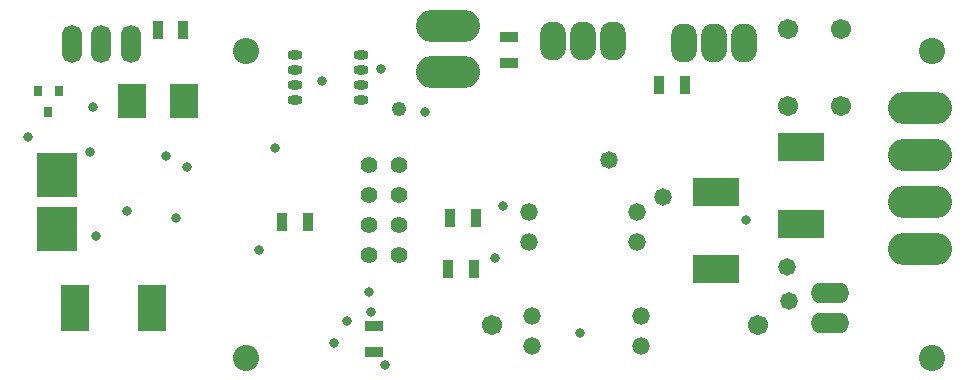
<source format=gbs>
G04*
G04 #@! TF.GenerationSoftware,Altium Limited,Altium Designer,21.6.1 (37)*
G04*
G04 Layer_Color=16711935*
%FSLAX23Y23*%
%MOIN*%
G70*
G04*
G04 #@! TF.SameCoordinates,0FF5D6F2-8617-485F-BAA8-9F26F2E2BD2E*
G04*
G04*
G04 #@! TF.FilePolarity,Negative*
G04*
G01*
G75*
%ADD31R,0.097X0.157*%
%ADD35R,0.036X0.059*%
%ADD36R,0.059X0.036*%
%ADD41O,0.213X0.108*%
%ADD42C,0.055*%
%ADD43C,0.087*%
%ADD44C,0.067*%
%ADD45O,0.068X0.126*%
%ADD46O,0.128X0.068*%
%ADD47O,0.087X0.130*%
%ADD48C,0.032*%
%ADD49C,0.058*%
%ADD69R,0.134X0.148*%
%ADD70R,0.157X0.097*%
%ADD71R,0.093X0.116*%
%ADD72O,0.051X0.031*%
%ADD73O,0.059X0.057*%
%ADD74R,0.028X0.032*%
%ADD75C,0.048*%
D31*
X551Y315D02*
D03*
X295D02*
D03*
D35*
X1071Y602D02*
D03*
X984D02*
D03*
X1539Y445D02*
D03*
X1626D02*
D03*
X2327Y1059D02*
D03*
X2240D02*
D03*
X570Y1242D02*
D03*
X656D02*
D03*
X1630Y618D02*
D03*
X1543D02*
D03*
D36*
X1291Y256D02*
D03*
Y169D02*
D03*
X1740Y1134D02*
D03*
Y1220D02*
D03*
D41*
X3110Y982D02*
D03*
Y826D02*
D03*
Y514D02*
D03*
Y670D02*
D03*
X1537Y1102D02*
D03*
Y1258D02*
D03*
D42*
X1273Y492D02*
D03*
Y592D02*
D03*
Y692D02*
D03*
Y792D02*
D03*
X1373Y492D02*
D03*
Y592D02*
D03*
Y692D02*
D03*
Y792D02*
D03*
D43*
X3150Y1173D02*
D03*
Y150D02*
D03*
X866Y1173D02*
D03*
Y150D02*
D03*
D44*
X1684Y260D02*
D03*
X2570D02*
D03*
X2670Y989D02*
D03*
Y1245D02*
D03*
X2847Y989D02*
D03*
Y1245D02*
D03*
D45*
X382Y1197D02*
D03*
X283D02*
D03*
X480D02*
D03*
D46*
X2810Y267D02*
D03*
Y367D02*
D03*
D47*
X2525Y1201D02*
D03*
X2325D02*
D03*
X2425D02*
D03*
X2088Y1205D02*
D03*
X1888D02*
D03*
X1988D02*
D03*
D48*
X1201Y272D02*
D03*
X907Y510D02*
D03*
X1273Y369D02*
D03*
X1462Y970D02*
D03*
X2530Y609D02*
D03*
X1328Y125D02*
D03*
X366Y558D02*
D03*
X353Y986D02*
D03*
X343Y836D02*
D03*
X598Y824D02*
D03*
X1694Y482D02*
D03*
X1977Y233D02*
D03*
X1118Y1074D02*
D03*
X1282Y304D02*
D03*
X631Y618D02*
D03*
X138Y886D02*
D03*
X669Y787D02*
D03*
X1313Y1113D02*
D03*
X1157Y201D02*
D03*
X467Y640D02*
D03*
X1720Y657D02*
D03*
X961Y850D02*
D03*
D49*
X2668Y453D02*
D03*
X2676Y339D02*
D03*
X2074Y811D02*
D03*
X2256Y685D02*
D03*
D69*
X236Y580D02*
D03*
Y759D02*
D03*
D70*
X2431Y446D02*
D03*
Y702D02*
D03*
X2716Y598D02*
D03*
Y854D02*
D03*
D71*
X484Y1008D02*
D03*
X658D02*
D03*
D72*
X1028Y1011D02*
D03*
Y1061D02*
D03*
Y1111D02*
D03*
Y1161D02*
D03*
X1248Y1011D02*
D03*
Y1061D02*
D03*
Y1111D02*
D03*
Y1161D02*
D03*
D73*
X2181Y190D02*
D03*
X1819D02*
D03*
X2181Y290D02*
D03*
X1819D02*
D03*
X2169Y537D02*
D03*
X1807D02*
D03*
X2169Y637D02*
D03*
X1807D02*
D03*
D74*
X170Y1039D02*
D03*
X205Y969D02*
D03*
X240Y1039D02*
D03*
D75*
X1374Y979D02*
D03*
M02*

</source>
